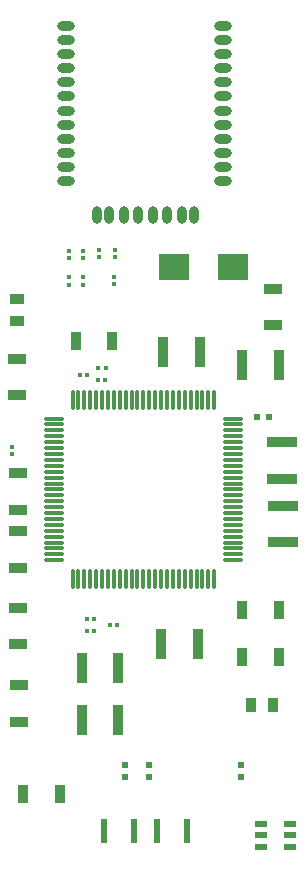
<source format=gtp>
G04 Layer_Color=8421504*
%FSLAX24Y24*%
%MOIN*%
G70*
G01*
G75*
%ADD10R,0.0354X0.0984*%
%ADD11R,0.0236X0.0197*%
%ADD12R,0.0354X0.0630*%
%ADD13R,0.0433X0.0236*%
%ADD14R,0.0118X0.0118*%
%ADD15R,0.0984X0.0354*%
%ADD16R,0.0630X0.0354*%
%ADD17R,0.0118X0.0118*%
%ADD18R,0.0512X0.0354*%
%ADD19R,0.0197X0.0827*%
%ADD20O,0.0591X0.0315*%
%ADD21O,0.0315X0.0591*%
%ADD22R,0.1024X0.0866*%
%ADD23O,0.0118X0.0709*%
%ADD24O,0.0709X0.0118*%
%ADD25R,0.0354X0.0512*%
D10*
X40305Y37756D02*
D03*
X39085D02*
D03*
X42933Y37333D02*
D03*
X41713D02*
D03*
X37589Y25482D02*
D03*
X36368D02*
D03*
X37589Y27215D02*
D03*
X36368D02*
D03*
X39016Y28012D02*
D03*
X40236D02*
D03*
D11*
X42618Y35591D02*
D03*
X42224D02*
D03*
X37825Y23996D02*
D03*
Y23602D02*
D03*
X38622Y23996D02*
D03*
Y23602D02*
D03*
X41663Y23602D02*
D03*
Y23996D02*
D03*
D12*
X42933Y29173D02*
D03*
X41713D02*
D03*
X34419Y23041D02*
D03*
X35640D02*
D03*
X36171Y38130D02*
D03*
X37392D02*
D03*
X41713Y27598D02*
D03*
X42933D02*
D03*
D13*
X43327Y21270D02*
D03*
Y21644D02*
D03*
Y22018D02*
D03*
X42343D02*
D03*
Y21644D02*
D03*
Y21270D02*
D03*
D14*
X34055Y34360D02*
D03*
Y34596D02*
D03*
X35935Y40906D02*
D03*
Y41142D02*
D03*
X37470Y40915D02*
D03*
Y41152D02*
D03*
X35935Y40010D02*
D03*
Y40246D02*
D03*
X36427Y40010D02*
D03*
Y40246D02*
D03*
X37461Y40030D02*
D03*
Y40266D02*
D03*
X36427Y40906D02*
D03*
Y41142D02*
D03*
X36939Y40915D02*
D03*
Y41152D02*
D03*
D15*
X43071Y32638D02*
D03*
Y31417D02*
D03*
X43051Y34764D02*
D03*
Y33543D02*
D03*
D16*
X34252Y32500D02*
D03*
Y33720D02*
D03*
Y30561D02*
D03*
Y31781D02*
D03*
X34232Y29242D02*
D03*
Y28022D02*
D03*
X34281Y25423D02*
D03*
Y26644D02*
D03*
X34203Y36319D02*
D03*
Y37539D02*
D03*
X42736Y38652D02*
D03*
Y39872D02*
D03*
D17*
X36299Y37008D02*
D03*
X36535D02*
D03*
X36919Y36811D02*
D03*
X37156D02*
D03*
X37165Y37215D02*
D03*
X36929D02*
D03*
X36545Y28465D02*
D03*
X36781D02*
D03*
Y28868D02*
D03*
X36545D02*
D03*
X37303Y28671D02*
D03*
X37539D02*
D03*
D18*
X34213Y38780D02*
D03*
Y39528D02*
D03*
D19*
X39872Y21781D02*
D03*
X38888D02*
D03*
X38100D02*
D03*
X37116D02*
D03*
D20*
X35856Y48642D02*
D03*
Y48169D02*
D03*
Y47697D02*
D03*
Y47224D02*
D03*
Y46752D02*
D03*
Y46280D02*
D03*
Y45807D02*
D03*
Y45335D02*
D03*
Y44862D02*
D03*
Y44390D02*
D03*
Y43917D02*
D03*
Y43445D02*
D03*
X41093D02*
D03*
Y43917D02*
D03*
Y44390D02*
D03*
Y44862D02*
D03*
Y45335D02*
D03*
Y45807D02*
D03*
Y46280D02*
D03*
Y46752D02*
D03*
Y47224D02*
D03*
Y47697D02*
D03*
Y48169D02*
D03*
Y48642D02*
D03*
D21*
X39715Y42343D02*
D03*
X37274D02*
D03*
X39203D02*
D03*
X40108D02*
D03*
X38258D02*
D03*
X38730D02*
D03*
X36880D02*
D03*
X37785D02*
D03*
D22*
X39459Y40581D02*
D03*
X41427D02*
D03*
D23*
X36063Y36152D02*
D03*
X36260D02*
D03*
X36457D02*
D03*
X36654D02*
D03*
X36850D02*
D03*
X37047D02*
D03*
X37244D02*
D03*
X37441D02*
D03*
X37638D02*
D03*
X37835D02*
D03*
X38031D02*
D03*
X38228D02*
D03*
X38425D02*
D03*
X38622D02*
D03*
X38819D02*
D03*
X39016D02*
D03*
X39213D02*
D03*
X39409D02*
D03*
X39606D02*
D03*
X39803D02*
D03*
X40000D02*
D03*
X40197D02*
D03*
X40394D02*
D03*
X40591D02*
D03*
X40787D02*
D03*
Y30207D02*
D03*
X40591D02*
D03*
X40394D02*
D03*
X40197D02*
D03*
X40000D02*
D03*
X39803D02*
D03*
X39606D02*
D03*
X39409D02*
D03*
X39213D02*
D03*
X39016D02*
D03*
X38819D02*
D03*
X38622D02*
D03*
X38425D02*
D03*
X38228D02*
D03*
X38031D02*
D03*
X37835D02*
D03*
X37638D02*
D03*
X37441D02*
D03*
X37244D02*
D03*
X37047D02*
D03*
X36850D02*
D03*
X36654D02*
D03*
X36457D02*
D03*
X36260D02*
D03*
X36063D02*
D03*
D24*
X41398Y35541D02*
D03*
Y35344D02*
D03*
Y35148D02*
D03*
Y34951D02*
D03*
Y34754D02*
D03*
Y34557D02*
D03*
Y34360D02*
D03*
Y34163D02*
D03*
Y33967D02*
D03*
Y33770D02*
D03*
Y33573D02*
D03*
Y33376D02*
D03*
Y33179D02*
D03*
Y32982D02*
D03*
Y32785D02*
D03*
Y32589D02*
D03*
Y32392D02*
D03*
Y32195D02*
D03*
Y31998D02*
D03*
Y31801D02*
D03*
Y31604D02*
D03*
Y31407D02*
D03*
Y31211D02*
D03*
Y31014D02*
D03*
Y30817D02*
D03*
X35453D02*
D03*
Y31014D02*
D03*
Y31211D02*
D03*
Y31407D02*
D03*
Y31604D02*
D03*
Y31801D02*
D03*
Y31998D02*
D03*
Y32195D02*
D03*
Y32392D02*
D03*
Y32589D02*
D03*
Y32785D02*
D03*
Y32982D02*
D03*
Y33179D02*
D03*
Y33376D02*
D03*
Y33573D02*
D03*
Y33770D02*
D03*
Y33967D02*
D03*
Y34163D02*
D03*
Y34360D02*
D03*
Y34557D02*
D03*
Y34754D02*
D03*
Y34951D02*
D03*
Y35148D02*
D03*
Y35344D02*
D03*
Y35541D02*
D03*
D25*
X42008Y25984D02*
D03*
X42756D02*
D03*
M02*

</source>
